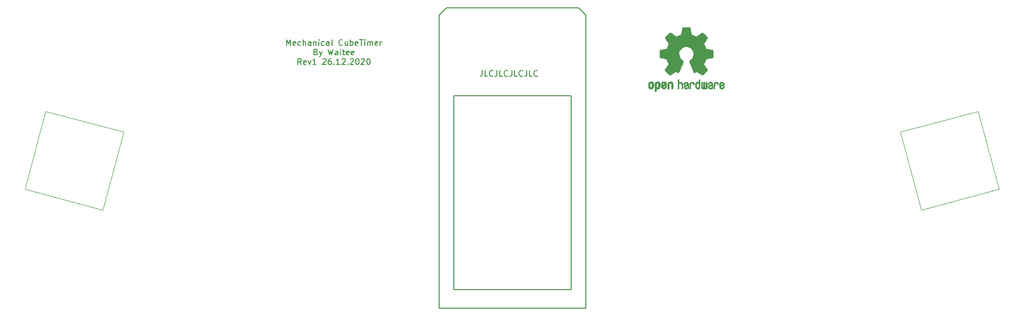
<source format=gbr>
%TF.GenerationSoftware,KiCad,Pcbnew,(5.1.6)-1*%
%TF.CreationDate,2020-12-26T21:50:01+02:00*%
%TF.ProjectId,cubetimer,63756265-7469-46d6-9572-2e6b69636164,rev?*%
%TF.SameCoordinates,Original*%
%TF.FileFunction,Legend,Top*%
%TF.FilePolarity,Positive*%
%FSLAX46Y46*%
G04 Gerber Fmt 4.6, Leading zero omitted, Abs format (unit mm)*
G04 Created by KiCad (PCBNEW (5.1.6)-1) date 2020-12-26 21:50:01*
%MOMM*%
%LPD*%
G01*
G04 APERTURE LIST*
%ADD10C,0.150000*%
%ADD11C,0.010000*%
%ADD12C,0.120000*%
G04 APERTURE END LIST*
D10*
X143580952Y-70952380D02*
X143580952Y-71666666D01*
X143533333Y-71809523D01*
X143438095Y-71904761D01*
X143295238Y-71952380D01*
X143200000Y-71952380D01*
X144533333Y-71952380D02*
X144057142Y-71952380D01*
X144057142Y-70952380D01*
X145438095Y-71857142D02*
X145390476Y-71904761D01*
X145247619Y-71952380D01*
X145152380Y-71952380D01*
X145009523Y-71904761D01*
X144914285Y-71809523D01*
X144866666Y-71714285D01*
X144819047Y-71523809D01*
X144819047Y-71380952D01*
X144866666Y-71190476D01*
X144914285Y-71095238D01*
X145009523Y-71000000D01*
X145152380Y-70952380D01*
X145247619Y-70952380D01*
X145390476Y-71000000D01*
X145438095Y-71047619D01*
X146152380Y-70952380D02*
X146152380Y-71666666D01*
X146104761Y-71809523D01*
X146009523Y-71904761D01*
X145866666Y-71952380D01*
X145771428Y-71952380D01*
X147104761Y-71952380D02*
X146628571Y-71952380D01*
X146628571Y-70952380D01*
X148009523Y-71857142D02*
X147961904Y-71904761D01*
X147819047Y-71952380D01*
X147723809Y-71952380D01*
X147580952Y-71904761D01*
X147485714Y-71809523D01*
X147438095Y-71714285D01*
X147390476Y-71523809D01*
X147390476Y-71380952D01*
X147438095Y-71190476D01*
X147485714Y-71095238D01*
X147580952Y-71000000D01*
X147723809Y-70952380D01*
X147819047Y-70952380D01*
X147961904Y-71000000D01*
X148009523Y-71047619D01*
X148723809Y-70952380D02*
X148723809Y-71666666D01*
X148676190Y-71809523D01*
X148580952Y-71904761D01*
X148438095Y-71952380D01*
X148342857Y-71952380D01*
X149676190Y-71952380D02*
X149200000Y-71952380D01*
X149200000Y-70952380D01*
X150580952Y-71857142D02*
X150533333Y-71904761D01*
X150390476Y-71952380D01*
X150295238Y-71952380D01*
X150152380Y-71904761D01*
X150057142Y-71809523D01*
X150009523Y-71714285D01*
X149961904Y-71523809D01*
X149961904Y-71380952D01*
X150009523Y-71190476D01*
X150057142Y-71095238D01*
X150152380Y-71000000D01*
X150295238Y-70952380D01*
X150390476Y-70952380D01*
X150533333Y-71000000D01*
X150580952Y-71047619D01*
X151295238Y-70952380D02*
X151295238Y-71666666D01*
X151247619Y-71809523D01*
X151152380Y-71904761D01*
X151009523Y-71952380D01*
X150914285Y-71952380D01*
X152247619Y-71952380D02*
X151771428Y-71952380D01*
X151771428Y-70952380D01*
X153152380Y-71857142D02*
X153104761Y-71904761D01*
X152961904Y-71952380D01*
X152866666Y-71952380D01*
X152723809Y-71904761D01*
X152628571Y-71809523D01*
X152580952Y-71714285D01*
X152533333Y-71523809D01*
X152533333Y-71380952D01*
X152580952Y-71190476D01*
X152628571Y-71095238D01*
X152723809Y-71000000D01*
X152866666Y-70952380D01*
X152961904Y-70952380D01*
X153104761Y-71000000D01*
X153152380Y-71047619D01*
X109733333Y-66602380D02*
X109733333Y-65602380D01*
X110066666Y-66316666D01*
X110400000Y-65602380D01*
X110400000Y-66602380D01*
X111257142Y-66554761D02*
X111161904Y-66602380D01*
X110971428Y-66602380D01*
X110876190Y-66554761D01*
X110828571Y-66459523D01*
X110828571Y-66078571D01*
X110876190Y-65983333D01*
X110971428Y-65935714D01*
X111161904Y-65935714D01*
X111257142Y-65983333D01*
X111304761Y-66078571D01*
X111304761Y-66173809D01*
X110828571Y-66269047D01*
X112161904Y-66554761D02*
X112066666Y-66602380D01*
X111876190Y-66602380D01*
X111780952Y-66554761D01*
X111733333Y-66507142D01*
X111685714Y-66411904D01*
X111685714Y-66126190D01*
X111733333Y-66030952D01*
X111780952Y-65983333D01*
X111876190Y-65935714D01*
X112066666Y-65935714D01*
X112161904Y-65983333D01*
X112590476Y-66602380D02*
X112590476Y-65602380D01*
X113019047Y-66602380D02*
X113019047Y-66078571D01*
X112971428Y-65983333D01*
X112876190Y-65935714D01*
X112733333Y-65935714D01*
X112638095Y-65983333D01*
X112590476Y-66030952D01*
X113923809Y-66602380D02*
X113923809Y-66078571D01*
X113876190Y-65983333D01*
X113780952Y-65935714D01*
X113590476Y-65935714D01*
X113495238Y-65983333D01*
X113923809Y-66554761D02*
X113828571Y-66602380D01*
X113590476Y-66602380D01*
X113495238Y-66554761D01*
X113447619Y-66459523D01*
X113447619Y-66364285D01*
X113495238Y-66269047D01*
X113590476Y-66221428D01*
X113828571Y-66221428D01*
X113923809Y-66173809D01*
X114400000Y-65935714D02*
X114400000Y-66602380D01*
X114400000Y-66030952D02*
X114447619Y-65983333D01*
X114542857Y-65935714D01*
X114685714Y-65935714D01*
X114780952Y-65983333D01*
X114828571Y-66078571D01*
X114828571Y-66602380D01*
X115304761Y-66602380D02*
X115304761Y-65935714D01*
X115304761Y-65602380D02*
X115257142Y-65650000D01*
X115304761Y-65697619D01*
X115352380Y-65650000D01*
X115304761Y-65602380D01*
X115304761Y-65697619D01*
X116209523Y-66554761D02*
X116114285Y-66602380D01*
X115923809Y-66602380D01*
X115828571Y-66554761D01*
X115780952Y-66507142D01*
X115733333Y-66411904D01*
X115733333Y-66126190D01*
X115780952Y-66030952D01*
X115828571Y-65983333D01*
X115923809Y-65935714D01*
X116114285Y-65935714D01*
X116209523Y-65983333D01*
X117066666Y-66602380D02*
X117066666Y-66078571D01*
X117019047Y-65983333D01*
X116923809Y-65935714D01*
X116733333Y-65935714D01*
X116638095Y-65983333D01*
X117066666Y-66554761D02*
X116971428Y-66602380D01*
X116733333Y-66602380D01*
X116638095Y-66554761D01*
X116590476Y-66459523D01*
X116590476Y-66364285D01*
X116638095Y-66269047D01*
X116733333Y-66221428D01*
X116971428Y-66221428D01*
X117066666Y-66173809D01*
X117685714Y-66602380D02*
X117590476Y-66554761D01*
X117542857Y-66459523D01*
X117542857Y-65602380D01*
X119400000Y-66507142D02*
X119352380Y-66554761D01*
X119209523Y-66602380D01*
X119114285Y-66602380D01*
X118971428Y-66554761D01*
X118876190Y-66459523D01*
X118828571Y-66364285D01*
X118780952Y-66173809D01*
X118780952Y-66030952D01*
X118828571Y-65840476D01*
X118876190Y-65745238D01*
X118971428Y-65650000D01*
X119114285Y-65602380D01*
X119209523Y-65602380D01*
X119352380Y-65650000D01*
X119400000Y-65697619D01*
X120257142Y-65935714D02*
X120257142Y-66602380D01*
X119828571Y-65935714D02*
X119828571Y-66459523D01*
X119876190Y-66554761D01*
X119971428Y-66602380D01*
X120114285Y-66602380D01*
X120209523Y-66554761D01*
X120257142Y-66507142D01*
X120733333Y-66602380D02*
X120733333Y-65602380D01*
X120733333Y-65983333D02*
X120828571Y-65935714D01*
X121019047Y-65935714D01*
X121114285Y-65983333D01*
X121161904Y-66030952D01*
X121209523Y-66126190D01*
X121209523Y-66411904D01*
X121161904Y-66507142D01*
X121114285Y-66554761D01*
X121019047Y-66602380D01*
X120828571Y-66602380D01*
X120733333Y-66554761D01*
X122019047Y-66554761D02*
X121923809Y-66602380D01*
X121733333Y-66602380D01*
X121638095Y-66554761D01*
X121590476Y-66459523D01*
X121590476Y-66078571D01*
X121638095Y-65983333D01*
X121733333Y-65935714D01*
X121923809Y-65935714D01*
X122019047Y-65983333D01*
X122066666Y-66078571D01*
X122066666Y-66173809D01*
X121590476Y-66269047D01*
X122352380Y-65602380D02*
X122923809Y-65602380D01*
X122638095Y-66602380D02*
X122638095Y-65602380D01*
X123257142Y-66602380D02*
X123257142Y-65935714D01*
X123257142Y-65602380D02*
X123209523Y-65650000D01*
X123257142Y-65697619D01*
X123304761Y-65650000D01*
X123257142Y-65602380D01*
X123257142Y-65697619D01*
X123733333Y-66602380D02*
X123733333Y-65935714D01*
X123733333Y-66030952D02*
X123780952Y-65983333D01*
X123876190Y-65935714D01*
X124019047Y-65935714D01*
X124114285Y-65983333D01*
X124161904Y-66078571D01*
X124161904Y-66602380D01*
X124161904Y-66078571D02*
X124209523Y-65983333D01*
X124304761Y-65935714D01*
X124447619Y-65935714D01*
X124542857Y-65983333D01*
X124590476Y-66078571D01*
X124590476Y-66602380D01*
X125447619Y-66554761D02*
X125352380Y-66602380D01*
X125161904Y-66602380D01*
X125066666Y-66554761D01*
X125019047Y-66459523D01*
X125019047Y-66078571D01*
X125066666Y-65983333D01*
X125161904Y-65935714D01*
X125352380Y-65935714D01*
X125447619Y-65983333D01*
X125495238Y-66078571D01*
X125495238Y-66173809D01*
X125019047Y-66269047D01*
X125923809Y-66602380D02*
X125923809Y-65935714D01*
X125923809Y-66126190D02*
X125971428Y-66030952D01*
X126019047Y-65983333D01*
X126114285Y-65935714D01*
X126209523Y-65935714D01*
X114804761Y-67728571D02*
X114947619Y-67776190D01*
X114995238Y-67823809D01*
X115042857Y-67919047D01*
X115042857Y-68061904D01*
X114995238Y-68157142D01*
X114947619Y-68204761D01*
X114852380Y-68252380D01*
X114471428Y-68252380D01*
X114471428Y-67252380D01*
X114804761Y-67252380D01*
X114900000Y-67300000D01*
X114947619Y-67347619D01*
X114995238Y-67442857D01*
X114995238Y-67538095D01*
X114947619Y-67633333D01*
X114900000Y-67680952D01*
X114804761Y-67728571D01*
X114471428Y-67728571D01*
X115376190Y-67585714D02*
X115614285Y-68252380D01*
X115852380Y-67585714D02*
X115614285Y-68252380D01*
X115519047Y-68490476D01*
X115471428Y-68538095D01*
X115376190Y-68585714D01*
X116900000Y-67252380D02*
X117138095Y-68252380D01*
X117328571Y-67538095D01*
X117519047Y-68252380D01*
X117757142Y-67252380D01*
X118566666Y-68252380D02*
X118566666Y-67728571D01*
X118519047Y-67633333D01*
X118423809Y-67585714D01*
X118233333Y-67585714D01*
X118138095Y-67633333D01*
X118566666Y-68204761D02*
X118471428Y-68252380D01*
X118233333Y-68252380D01*
X118138095Y-68204761D01*
X118090476Y-68109523D01*
X118090476Y-68014285D01*
X118138095Y-67919047D01*
X118233333Y-67871428D01*
X118471428Y-67871428D01*
X118566666Y-67823809D01*
X119042857Y-68252380D02*
X119042857Y-67585714D01*
X119042857Y-67252380D02*
X118995238Y-67300000D01*
X119042857Y-67347619D01*
X119090476Y-67300000D01*
X119042857Y-67252380D01*
X119042857Y-67347619D01*
X119376190Y-67585714D02*
X119757142Y-67585714D01*
X119519047Y-67252380D02*
X119519047Y-68109523D01*
X119566666Y-68204761D01*
X119661904Y-68252380D01*
X119757142Y-68252380D01*
X120471428Y-68204761D02*
X120376190Y-68252380D01*
X120185714Y-68252380D01*
X120090476Y-68204761D01*
X120042857Y-68109523D01*
X120042857Y-67728571D01*
X120090476Y-67633333D01*
X120185714Y-67585714D01*
X120376190Y-67585714D01*
X120471428Y-67633333D01*
X120519047Y-67728571D01*
X120519047Y-67823809D01*
X120042857Y-67919047D01*
X121328571Y-68204761D02*
X121233333Y-68252380D01*
X121042857Y-68252380D01*
X120947619Y-68204761D01*
X120900000Y-68109523D01*
X120900000Y-67728571D01*
X120947619Y-67633333D01*
X121042857Y-67585714D01*
X121233333Y-67585714D01*
X121328571Y-67633333D01*
X121376190Y-67728571D01*
X121376190Y-67823809D01*
X120900000Y-67919047D01*
X112257142Y-69902380D02*
X111923809Y-69426190D01*
X111685714Y-69902380D02*
X111685714Y-68902380D01*
X112066666Y-68902380D01*
X112161904Y-68950000D01*
X112209523Y-68997619D01*
X112257142Y-69092857D01*
X112257142Y-69235714D01*
X112209523Y-69330952D01*
X112161904Y-69378571D01*
X112066666Y-69426190D01*
X111685714Y-69426190D01*
X113066666Y-69854761D02*
X112971428Y-69902380D01*
X112780952Y-69902380D01*
X112685714Y-69854761D01*
X112638095Y-69759523D01*
X112638095Y-69378571D01*
X112685714Y-69283333D01*
X112780952Y-69235714D01*
X112971428Y-69235714D01*
X113066666Y-69283333D01*
X113114285Y-69378571D01*
X113114285Y-69473809D01*
X112638095Y-69569047D01*
X113447619Y-69235714D02*
X113685714Y-69902380D01*
X113923809Y-69235714D01*
X114828571Y-69902380D02*
X114257142Y-69902380D01*
X114542857Y-69902380D02*
X114542857Y-68902380D01*
X114447619Y-69045238D01*
X114352380Y-69140476D01*
X114257142Y-69188095D01*
X115971428Y-68997619D02*
X116019047Y-68950000D01*
X116114285Y-68902380D01*
X116352380Y-68902380D01*
X116447619Y-68950000D01*
X116495238Y-68997619D01*
X116542857Y-69092857D01*
X116542857Y-69188095D01*
X116495238Y-69330952D01*
X115923809Y-69902380D01*
X116542857Y-69902380D01*
X117400000Y-68902380D02*
X117209523Y-68902380D01*
X117114285Y-68950000D01*
X117066666Y-68997619D01*
X116971428Y-69140476D01*
X116923809Y-69330952D01*
X116923809Y-69711904D01*
X116971428Y-69807142D01*
X117019047Y-69854761D01*
X117114285Y-69902380D01*
X117304761Y-69902380D01*
X117400000Y-69854761D01*
X117447619Y-69807142D01*
X117495238Y-69711904D01*
X117495238Y-69473809D01*
X117447619Y-69378571D01*
X117400000Y-69330952D01*
X117304761Y-69283333D01*
X117114285Y-69283333D01*
X117019047Y-69330952D01*
X116971428Y-69378571D01*
X116923809Y-69473809D01*
X117923809Y-69807142D02*
X117971428Y-69854761D01*
X117923809Y-69902380D01*
X117876190Y-69854761D01*
X117923809Y-69807142D01*
X117923809Y-69902380D01*
X118923809Y-69902380D02*
X118352380Y-69902380D01*
X118638095Y-69902380D02*
X118638095Y-68902380D01*
X118542857Y-69045238D01*
X118447619Y-69140476D01*
X118352380Y-69188095D01*
X119304761Y-68997619D02*
X119352380Y-68950000D01*
X119447619Y-68902380D01*
X119685714Y-68902380D01*
X119780952Y-68950000D01*
X119828571Y-68997619D01*
X119876190Y-69092857D01*
X119876190Y-69188095D01*
X119828571Y-69330952D01*
X119257142Y-69902380D01*
X119876190Y-69902380D01*
X120304761Y-69807142D02*
X120352380Y-69854761D01*
X120304761Y-69902380D01*
X120257142Y-69854761D01*
X120304761Y-69807142D01*
X120304761Y-69902380D01*
X120733333Y-68997619D02*
X120780952Y-68950000D01*
X120876190Y-68902380D01*
X121114285Y-68902380D01*
X121209523Y-68950000D01*
X121257142Y-68997619D01*
X121304761Y-69092857D01*
X121304761Y-69188095D01*
X121257142Y-69330952D01*
X120685714Y-69902380D01*
X121304761Y-69902380D01*
X121923809Y-68902380D02*
X122019047Y-68902380D01*
X122114285Y-68950000D01*
X122161904Y-68997619D01*
X122209523Y-69092857D01*
X122257142Y-69283333D01*
X122257142Y-69521428D01*
X122209523Y-69711904D01*
X122161904Y-69807142D01*
X122114285Y-69854761D01*
X122019047Y-69902380D01*
X121923809Y-69902380D01*
X121828571Y-69854761D01*
X121780952Y-69807142D01*
X121733333Y-69711904D01*
X121685714Y-69521428D01*
X121685714Y-69283333D01*
X121733333Y-69092857D01*
X121780952Y-68997619D01*
X121828571Y-68950000D01*
X121923809Y-68902380D01*
X122638095Y-68997619D02*
X122685714Y-68950000D01*
X122780952Y-68902380D01*
X123019047Y-68902380D01*
X123114285Y-68950000D01*
X123161904Y-68997619D01*
X123209523Y-69092857D01*
X123209523Y-69188095D01*
X123161904Y-69330952D01*
X122590476Y-69902380D01*
X123209523Y-69902380D01*
X123828571Y-68902380D02*
X123923809Y-68902380D01*
X124019047Y-68950000D01*
X124066666Y-68997619D01*
X124114285Y-69092857D01*
X124161904Y-69283333D01*
X124161904Y-69521428D01*
X124114285Y-69711904D01*
X124066666Y-69807142D01*
X124019047Y-69854761D01*
X123923809Y-69902380D01*
X123828571Y-69902380D01*
X123733333Y-69854761D01*
X123685714Y-69807142D01*
X123638095Y-69711904D01*
X123590476Y-69521428D01*
X123590476Y-69283333D01*
X123638095Y-69092857D01*
X123685714Y-68997619D01*
X123733333Y-68950000D01*
X123828571Y-68902380D01*
%TO.C,U1*%
X158960000Y-75300000D02*
X158960000Y-108955000D01*
X158960000Y-108955000D02*
X138640000Y-108955000D01*
X138640000Y-108955000D02*
X138640000Y-75300000D01*
X138640000Y-75300000D02*
X158960000Y-75300000D01*
X136100000Y-62600000D02*
X136100000Y-61330000D01*
X136100000Y-61330000D02*
X137370000Y-60060000D01*
X137370000Y-60060000D02*
X160230000Y-60060000D01*
X160230000Y-60060000D02*
X161500000Y-61330000D01*
X161500000Y-61330000D02*
X161500000Y-62600000D01*
X161500000Y-112130000D02*
X136100000Y-112130000D01*
X136100000Y-112130000D02*
X136100000Y-107050000D01*
X161500000Y-112130000D02*
X161500000Y-108320000D01*
X136100000Y-107050000D02*
X136100000Y-62600000D01*
X161500000Y-108320000D02*
X161500000Y-62600000D01*
D11*
%TO.C,REF\u002A\u002A*%
G36*
X174071900Y-72861903D02*
G01*
X174183450Y-72917522D01*
X174281908Y-73019931D01*
X174309023Y-73057864D01*
X174338562Y-73107500D01*
X174357728Y-73161412D01*
X174368693Y-73233364D01*
X174373629Y-73337122D01*
X174374713Y-73474101D01*
X174369818Y-73661815D01*
X174352804Y-73802758D01*
X174320177Y-73907908D01*
X174268442Y-73988243D01*
X174194104Y-74054741D01*
X174188642Y-74058678D01*
X174115380Y-74098953D01*
X174027160Y-74118880D01*
X173914962Y-74123793D01*
X173732567Y-74123793D01*
X173732491Y-74300857D01*
X173730793Y-74399470D01*
X173720450Y-74457314D01*
X173693422Y-74492006D01*
X173641668Y-74521164D01*
X173629239Y-74527121D01*
X173571077Y-74555039D01*
X173526044Y-74572672D01*
X173492559Y-74574194D01*
X173469038Y-74553781D01*
X173453900Y-74505607D01*
X173445563Y-74423846D01*
X173442444Y-74302672D01*
X173442960Y-74136260D01*
X173445529Y-73918785D01*
X173446332Y-73853736D01*
X173449222Y-73629502D01*
X173451812Y-73482821D01*
X173732414Y-73482821D01*
X173733991Y-73607326D01*
X173741000Y-73688787D01*
X173756858Y-73742515D01*
X173784981Y-73783823D01*
X173804075Y-73803971D01*
X173882135Y-73862921D01*
X173951247Y-73867720D01*
X174022560Y-73819038D01*
X174024368Y-73817241D01*
X174053383Y-73779618D01*
X174071033Y-73728484D01*
X174079936Y-73649738D01*
X174082709Y-73529276D01*
X174082759Y-73502588D01*
X174076058Y-73336583D01*
X174054248Y-73221505D01*
X174014765Y-73151254D01*
X173955044Y-73119729D01*
X173920528Y-73116552D01*
X173838611Y-73131460D01*
X173782421Y-73180548D01*
X173748598Y-73270362D01*
X173733780Y-73407445D01*
X173732414Y-73482821D01*
X173451812Y-73482821D01*
X173452287Y-73455952D01*
X173456247Y-73325382D01*
X173461826Y-73230087D01*
X173469746Y-73162364D01*
X173480731Y-73114507D01*
X173495501Y-73078813D01*
X173514782Y-73047578D01*
X173523049Y-73035824D01*
X173632712Y-72924797D01*
X173771365Y-72861847D01*
X173931754Y-72844297D01*
X174071900Y-72861903D01*
G37*
X174071900Y-72861903D02*
X174183450Y-72917522D01*
X174281908Y-73019931D01*
X174309023Y-73057864D01*
X174338562Y-73107500D01*
X174357728Y-73161412D01*
X174368693Y-73233364D01*
X174373629Y-73337122D01*
X174374713Y-73474101D01*
X174369818Y-73661815D01*
X174352804Y-73802758D01*
X174320177Y-73907908D01*
X174268442Y-73988243D01*
X174194104Y-74054741D01*
X174188642Y-74058678D01*
X174115380Y-74098953D01*
X174027160Y-74118880D01*
X173914962Y-74123793D01*
X173732567Y-74123793D01*
X173732491Y-74300857D01*
X173730793Y-74399470D01*
X173720450Y-74457314D01*
X173693422Y-74492006D01*
X173641668Y-74521164D01*
X173629239Y-74527121D01*
X173571077Y-74555039D01*
X173526044Y-74572672D01*
X173492559Y-74574194D01*
X173469038Y-74553781D01*
X173453900Y-74505607D01*
X173445563Y-74423846D01*
X173442444Y-74302672D01*
X173442960Y-74136260D01*
X173445529Y-73918785D01*
X173446332Y-73853736D01*
X173449222Y-73629502D01*
X173451812Y-73482821D01*
X173732414Y-73482821D01*
X173733991Y-73607326D01*
X173741000Y-73688787D01*
X173756858Y-73742515D01*
X173784981Y-73783823D01*
X173804075Y-73803971D01*
X173882135Y-73862921D01*
X173951247Y-73867720D01*
X174022560Y-73819038D01*
X174024368Y-73817241D01*
X174053383Y-73779618D01*
X174071033Y-73728484D01*
X174079936Y-73649738D01*
X174082709Y-73529276D01*
X174082759Y-73502588D01*
X174076058Y-73336583D01*
X174054248Y-73221505D01*
X174014765Y-73151254D01*
X173955044Y-73119729D01*
X173920528Y-73116552D01*
X173838611Y-73131460D01*
X173782421Y-73180548D01*
X173748598Y-73270362D01*
X173733780Y-73407445D01*
X173732414Y-73482821D01*
X173451812Y-73482821D01*
X173452287Y-73455952D01*
X173456247Y-73325382D01*
X173461826Y-73230087D01*
X173469746Y-73162364D01*
X173480731Y-73114507D01*
X173495501Y-73078813D01*
X173514782Y-73047578D01*
X173523049Y-73035824D01*
X173632712Y-72924797D01*
X173771365Y-72861847D01*
X173931754Y-72844297D01*
X174071900Y-72861903D01*
G36*
X176317429Y-72877719D02*
G01*
X176411123Y-72931914D01*
X176476264Y-72985707D01*
X176523907Y-73042066D01*
X176556728Y-73110987D01*
X176577406Y-73202468D01*
X176588620Y-73326506D01*
X176593049Y-73493098D01*
X176593563Y-73612851D01*
X176593563Y-74053659D01*
X176469483Y-74109283D01*
X176345402Y-74164907D01*
X176330805Y-73682095D01*
X176324773Y-73501779D01*
X176318445Y-73370901D01*
X176310606Y-73280511D01*
X176300037Y-73221664D01*
X176285523Y-73185413D01*
X176265848Y-73162810D01*
X176259535Y-73157917D01*
X176163888Y-73119706D01*
X176067207Y-73134827D01*
X176009655Y-73174943D01*
X175986245Y-73203370D01*
X175970039Y-73240672D01*
X175959741Y-73297223D01*
X175954049Y-73383394D01*
X175951664Y-73509558D01*
X175951264Y-73641042D01*
X175951186Y-73805999D01*
X175948361Y-73922761D01*
X175938907Y-74001510D01*
X175918940Y-74052431D01*
X175884576Y-74085706D01*
X175831932Y-74111520D01*
X175761617Y-74138344D01*
X175684820Y-74167542D01*
X175693962Y-73649346D01*
X175697643Y-73462539D01*
X175701950Y-73324490D01*
X175708123Y-73225568D01*
X175717402Y-73156145D01*
X175731027Y-73106590D01*
X175750239Y-73067273D01*
X175773402Y-73032584D01*
X175885152Y-72921770D01*
X176021513Y-72857689D01*
X176169825Y-72842339D01*
X176317429Y-72877719D01*
G37*
X176317429Y-72877719D02*
X176411123Y-72931914D01*
X176476264Y-72985707D01*
X176523907Y-73042066D01*
X176556728Y-73110987D01*
X176577406Y-73202468D01*
X176588620Y-73326506D01*
X176593049Y-73493098D01*
X176593563Y-73612851D01*
X176593563Y-74053659D01*
X176469483Y-74109283D01*
X176345402Y-74164907D01*
X176330805Y-73682095D01*
X176324773Y-73501779D01*
X176318445Y-73370901D01*
X176310606Y-73280511D01*
X176300037Y-73221664D01*
X176285523Y-73185413D01*
X176265848Y-73162810D01*
X176259535Y-73157917D01*
X176163888Y-73119706D01*
X176067207Y-73134827D01*
X176009655Y-73174943D01*
X175986245Y-73203370D01*
X175970039Y-73240672D01*
X175959741Y-73297223D01*
X175954049Y-73383394D01*
X175951664Y-73509558D01*
X175951264Y-73641042D01*
X175951186Y-73805999D01*
X175948361Y-73922761D01*
X175938907Y-74001510D01*
X175918940Y-74052431D01*
X175884576Y-74085706D01*
X175831932Y-74111520D01*
X175761617Y-74138344D01*
X175684820Y-74167542D01*
X175693962Y-73649346D01*
X175697643Y-73462539D01*
X175701950Y-73324490D01*
X175708123Y-73225568D01*
X175717402Y-73156145D01*
X175731027Y-73106590D01*
X175750239Y-73067273D01*
X175773402Y-73032584D01*
X175885152Y-72921770D01*
X176021513Y-72857689D01*
X176169825Y-72842339D01*
X176317429Y-72877719D01*
G36*
X172948221Y-72866015D02*
G01*
X173085061Y-72937968D01*
X173186051Y-73053766D01*
X173221925Y-73128213D01*
X173249839Y-73239992D01*
X173264129Y-73381227D01*
X173265484Y-73535371D01*
X173254595Y-73685879D01*
X173232153Y-73816205D01*
X173198850Y-73909803D01*
X173188615Y-73925922D01*
X173067382Y-74046249D01*
X172923387Y-74118317D01*
X172767139Y-74139408D01*
X172609148Y-74106802D01*
X172565180Y-74087253D01*
X172479556Y-74027012D01*
X172404408Y-73947135D01*
X172397306Y-73937004D01*
X172368439Y-73888181D01*
X172349357Y-73835990D01*
X172338084Y-73767285D01*
X172332645Y-73668918D01*
X172331062Y-73527744D01*
X172331035Y-73496092D01*
X172331107Y-73486019D01*
X172622989Y-73486019D01*
X172624687Y-73619256D01*
X172631372Y-73707674D01*
X172645425Y-73764785D01*
X172669229Y-73804102D01*
X172681379Y-73817241D01*
X172751236Y-73867172D01*
X172819059Y-73864895D01*
X172887635Y-73821584D01*
X172928535Y-73775346D01*
X172952758Y-73707857D01*
X172966361Y-73601433D01*
X172967294Y-73589020D01*
X172969616Y-73396147D01*
X172945350Y-73252900D01*
X172894824Y-73160160D01*
X172818368Y-73118807D01*
X172791076Y-73116552D01*
X172719411Y-73127893D01*
X172670390Y-73167184D01*
X172640418Y-73242326D01*
X172625899Y-73361222D01*
X172622989Y-73486019D01*
X172331107Y-73486019D01*
X172332122Y-73345659D01*
X172336688Y-73240549D01*
X172346688Y-73167714D01*
X172364079Y-73114108D01*
X172390816Y-73066681D01*
X172396724Y-73057864D01*
X172496032Y-72939007D01*
X172604242Y-72870008D01*
X172735981Y-72842619D01*
X172780717Y-72841281D01*
X172948221Y-72866015D01*
G37*
X172948221Y-72866015D02*
X173085061Y-72937968D01*
X173186051Y-73053766D01*
X173221925Y-73128213D01*
X173249839Y-73239992D01*
X173264129Y-73381227D01*
X173265484Y-73535371D01*
X173254595Y-73685879D01*
X173232153Y-73816205D01*
X173198850Y-73909803D01*
X173188615Y-73925922D01*
X173067382Y-74046249D01*
X172923387Y-74118317D01*
X172767139Y-74139408D01*
X172609148Y-74106802D01*
X172565180Y-74087253D01*
X172479556Y-74027012D01*
X172404408Y-73947135D01*
X172397306Y-73937004D01*
X172368439Y-73888181D01*
X172349357Y-73835990D01*
X172338084Y-73767285D01*
X172332645Y-73668918D01*
X172331062Y-73527744D01*
X172331035Y-73496092D01*
X172331107Y-73486019D01*
X172622989Y-73486019D01*
X172624687Y-73619256D01*
X172631372Y-73707674D01*
X172645425Y-73764785D01*
X172669229Y-73804102D01*
X172681379Y-73817241D01*
X172751236Y-73867172D01*
X172819059Y-73864895D01*
X172887635Y-73821584D01*
X172928535Y-73775346D01*
X172952758Y-73707857D01*
X172966361Y-73601433D01*
X172967294Y-73589020D01*
X172969616Y-73396147D01*
X172945350Y-73252900D01*
X172894824Y-73160160D01*
X172818368Y-73118807D01*
X172791076Y-73116552D01*
X172719411Y-73127893D01*
X172670390Y-73167184D01*
X172640418Y-73242326D01*
X172625899Y-73361222D01*
X172622989Y-73486019D01*
X172331107Y-73486019D01*
X172332122Y-73345659D01*
X172336688Y-73240549D01*
X172346688Y-73167714D01*
X172364079Y-73114108D01*
X172390816Y-73066681D01*
X172396724Y-73057864D01*
X172496032Y-72939007D01*
X172604242Y-72870008D01*
X172735981Y-72842619D01*
X172780717Y-72841281D01*
X172948221Y-72866015D01*
G36*
X175215552Y-72884676D02*
G01*
X175330658Y-72962111D01*
X175419611Y-73073949D01*
X175472749Y-73216265D01*
X175483497Y-73321015D01*
X175482276Y-73364726D01*
X175472056Y-73398194D01*
X175443961Y-73428179D01*
X175389116Y-73461440D01*
X175298645Y-73504738D01*
X175163672Y-73564833D01*
X175162989Y-73565134D01*
X175038751Y-73622037D01*
X174936873Y-73672565D01*
X174867767Y-73711280D01*
X174841846Y-73732740D01*
X174841839Y-73732913D01*
X174864685Y-73779644D01*
X174918109Y-73831154D01*
X174979442Y-73868261D01*
X175010515Y-73875632D01*
X175095289Y-73850138D01*
X175168293Y-73786291D01*
X175203913Y-73716094D01*
X175238180Y-73664343D01*
X175305303Y-73605409D01*
X175384208Y-73554496D01*
X175453821Y-73526809D01*
X175468377Y-73525287D01*
X175484763Y-73550321D01*
X175485750Y-73614311D01*
X175473708Y-73700593D01*
X175451007Y-73792501D01*
X175420014Y-73873369D01*
X175418448Y-73876509D01*
X175325181Y-74006734D01*
X175204304Y-74095311D01*
X175067027Y-74138786D01*
X174924560Y-74133706D01*
X174788112Y-74076616D01*
X174782045Y-74072602D01*
X174674710Y-73975326D01*
X174604132Y-73848409D01*
X174565074Y-73681526D01*
X174559832Y-73634639D01*
X174550548Y-73413329D01*
X174561678Y-73310124D01*
X174841839Y-73310124D01*
X174845479Y-73374503D01*
X174865389Y-73393291D01*
X174915026Y-73379235D01*
X174993267Y-73346009D01*
X175080726Y-73304359D01*
X175082899Y-73303256D01*
X175157030Y-73264265D01*
X175186781Y-73238244D01*
X175179445Y-73210965D01*
X175148553Y-73175121D01*
X175069960Y-73123251D01*
X174985323Y-73119439D01*
X174909403Y-73157189D01*
X174856965Y-73230001D01*
X174841839Y-73310124D01*
X174561678Y-73310124D01*
X174569644Y-73236261D01*
X174618634Y-73095829D01*
X174686836Y-72997447D01*
X174809935Y-72898030D01*
X174945528Y-72848711D01*
X175083955Y-72845568D01*
X175215552Y-72884676D01*
G37*
X175215552Y-72884676D02*
X175330658Y-72962111D01*
X175419611Y-73073949D01*
X175472749Y-73216265D01*
X175483497Y-73321015D01*
X175482276Y-73364726D01*
X175472056Y-73398194D01*
X175443961Y-73428179D01*
X175389116Y-73461440D01*
X175298645Y-73504738D01*
X175163672Y-73564833D01*
X175162989Y-73565134D01*
X175038751Y-73622037D01*
X174936873Y-73672565D01*
X174867767Y-73711280D01*
X174841846Y-73732740D01*
X174841839Y-73732913D01*
X174864685Y-73779644D01*
X174918109Y-73831154D01*
X174979442Y-73868261D01*
X175010515Y-73875632D01*
X175095289Y-73850138D01*
X175168293Y-73786291D01*
X175203913Y-73716094D01*
X175238180Y-73664343D01*
X175305303Y-73605409D01*
X175384208Y-73554496D01*
X175453821Y-73526809D01*
X175468377Y-73525287D01*
X175484763Y-73550321D01*
X175485750Y-73614311D01*
X175473708Y-73700593D01*
X175451007Y-73792501D01*
X175420014Y-73873369D01*
X175418448Y-73876509D01*
X175325181Y-74006734D01*
X175204304Y-74095311D01*
X175067027Y-74138786D01*
X174924560Y-74133706D01*
X174788112Y-74076616D01*
X174782045Y-74072602D01*
X174674710Y-73975326D01*
X174604132Y-73848409D01*
X174565074Y-73681526D01*
X174559832Y-73634639D01*
X174550548Y-73413329D01*
X174561678Y-73310124D01*
X174841839Y-73310124D01*
X174845479Y-73374503D01*
X174865389Y-73393291D01*
X174915026Y-73379235D01*
X174993267Y-73346009D01*
X175080726Y-73304359D01*
X175082899Y-73303256D01*
X175157030Y-73264265D01*
X175186781Y-73238244D01*
X175179445Y-73210965D01*
X175148553Y-73175121D01*
X175069960Y-73123251D01*
X174985323Y-73119439D01*
X174909403Y-73157189D01*
X174856965Y-73230001D01*
X174841839Y-73310124D01*
X174561678Y-73310124D01*
X174569644Y-73236261D01*
X174618634Y-73095829D01*
X174686836Y-72997447D01*
X174809935Y-72898030D01*
X174945528Y-72848711D01*
X175083955Y-72845568D01*
X175215552Y-72884676D01*
G36*
X177644598Y-72723857D02*
G01*
X177653154Y-72843188D01*
X177662981Y-72913506D01*
X177676599Y-72944179D01*
X177696527Y-72944571D01*
X177702989Y-72940910D01*
X177788940Y-72914398D01*
X177900745Y-72915946D01*
X178014414Y-72943199D01*
X178085510Y-72978455D01*
X178158405Y-73034778D01*
X178211693Y-73098519D01*
X178248275Y-73179510D01*
X178271050Y-73287586D01*
X178282919Y-73432580D01*
X178286782Y-73624326D01*
X178286851Y-73661109D01*
X178286897Y-74074288D01*
X178194954Y-74106339D01*
X178129652Y-74128144D01*
X178093824Y-74138297D01*
X178092770Y-74138391D01*
X178089242Y-74110860D01*
X178086239Y-74034923D01*
X178083990Y-73920565D01*
X178082724Y-73777769D01*
X178082529Y-73690951D01*
X178082123Y-73519773D01*
X178080032Y-73397088D01*
X178074947Y-73313000D01*
X178065560Y-73257614D01*
X178050561Y-73221032D01*
X178028642Y-73193359D01*
X178014957Y-73180032D01*
X177920949Y-73126328D01*
X177818364Y-73122307D01*
X177725290Y-73167725D01*
X177708078Y-73184123D01*
X177682832Y-73214957D01*
X177665320Y-73251531D01*
X177654142Y-73304415D01*
X177647896Y-73384177D01*
X177645182Y-73501385D01*
X177644598Y-73662991D01*
X177644598Y-74074288D01*
X177552655Y-74106339D01*
X177487353Y-74128144D01*
X177451525Y-74138297D01*
X177450471Y-74138391D01*
X177447775Y-74110448D01*
X177445345Y-74031630D01*
X177443278Y-73909453D01*
X177441671Y-73751432D01*
X177440623Y-73565083D01*
X177440231Y-73357920D01*
X177440230Y-73348706D01*
X177440230Y-72559020D01*
X177535115Y-72518997D01*
X177630000Y-72478973D01*
X177644598Y-72723857D01*
G37*
X177644598Y-72723857D02*
X177653154Y-72843188D01*
X177662981Y-72913506D01*
X177676599Y-72944179D01*
X177696527Y-72944571D01*
X177702989Y-72940910D01*
X177788940Y-72914398D01*
X177900745Y-72915946D01*
X178014414Y-72943199D01*
X178085510Y-72978455D01*
X178158405Y-73034778D01*
X178211693Y-73098519D01*
X178248275Y-73179510D01*
X178271050Y-73287586D01*
X178282919Y-73432580D01*
X178286782Y-73624326D01*
X178286851Y-73661109D01*
X178286897Y-74074288D01*
X178194954Y-74106339D01*
X178129652Y-74128144D01*
X178093824Y-74138297D01*
X178092770Y-74138391D01*
X178089242Y-74110860D01*
X178086239Y-74034923D01*
X178083990Y-73920565D01*
X178082724Y-73777769D01*
X178082529Y-73690951D01*
X178082123Y-73519773D01*
X178080032Y-73397088D01*
X178074947Y-73313000D01*
X178065560Y-73257614D01*
X178050561Y-73221032D01*
X178028642Y-73193359D01*
X178014957Y-73180032D01*
X177920949Y-73126328D01*
X177818364Y-73122307D01*
X177725290Y-73167725D01*
X177708078Y-73184123D01*
X177682832Y-73214957D01*
X177665320Y-73251531D01*
X177654142Y-73304415D01*
X177647896Y-73384177D01*
X177645182Y-73501385D01*
X177644598Y-73662991D01*
X177644598Y-74074288D01*
X177552655Y-74106339D01*
X177487353Y-74128144D01*
X177451525Y-74138297D01*
X177450471Y-74138391D01*
X177447775Y-74110448D01*
X177445345Y-74031630D01*
X177443278Y-73909453D01*
X177441671Y-73751432D01*
X177440623Y-73565083D01*
X177440231Y-73357920D01*
X177440230Y-73348706D01*
X177440230Y-72559020D01*
X177535115Y-72518997D01*
X177630000Y-72478973D01*
X177644598Y-72723857D01*
G36*
X178979944Y-72924360D02*
G01*
X179094343Y-72966842D01*
X179095652Y-72967658D01*
X179166403Y-73019730D01*
X179218636Y-73080584D01*
X179255371Y-73159887D01*
X179279634Y-73267309D01*
X179294445Y-73412517D01*
X179302829Y-73605179D01*
X179303564Y-73632628D01*
X179314120Y-74046521D01*
X179225291Y-74092456D01*
X179161018Y-74123498D01*
X179122210Y-74138206D01*
X179120415Y-74138391D01*
X179113700Y-74111250D01*
X179108365Y-74038041D01*
X179105083Y-73931081D01*
X179104368Y-73844469D01*
X179104351Y-73704162D01*
X179097937Y-73616051D01*
X179075580Y-73574025D01*
X179027732Y-73571975D01*
X178944849Y-73603790D01*
X178819713Y-73662272D01*
X178727697Y-73710845D01*
X178680371Y-73752986D01*
X178666458Y-73798916D01*
X178666437Y-73801189D01*
X178689395Y-73880311D01*
X178757370Y-73923055D01*
X178861398Y-73929246D01*
X178936330Y-73928172D01*
X178975839Y-73949753D01*
X179000478Y-74001591D01*
X179014659Y-74067632D01*
X178994223Y-74105104D01*
X178986528Y-74110467D01*
X178914083Y-74132006D01*
X178812633Y-74135055D01*
X178708157Y-74120778D01*
X178634125Y-74094688D01*
X178531772Y-74007785D01*
X178473591Y-73886816D01*
X178462069Y-73792308D01*
X178470862Y-73707062D01*
X178502680Y-73637476D01*
X178565684Y-73575672D01*
X178668031Y-73513772D01*
X178817882Y-73443897D01*
X178827012Y-73439948D01*
X178961997Y-73377588D01*
X179045294Y-73326446D01*
X179080997Y-73280488D01*
X179073203Y-73233683D01*
X179026007Y-73179998D01*
X179011894Y-73167644D01*
X178917359Y-73119741D01*
X178819406Y-73121758D01*
X178734097Y-73168724D01*
X178677496Y-73255669D01*
X178672237Y-73272734D01*
X178621023Y-73355504D01*
X178556037Y-73395372D01*
X178462069Y-73434882D01*
X178462069Y-73332658D01*
X178490653Y-73184072D01*
X178575495Y-73047784D01*
X178619645Y-73002191D01*
X178720005Y-72943674D01*
X178847635Y-72917184D01*
X178979944Y-72924360D01*
G37*
X178979944Y-72924360D02*
X179094343Y-72966842D01*
X179095652Y-72967658D01*
X179166403Y-73019730D01*
X179218636Y-73080584D01*
X179255371Y-73159887D01*
X179279634Y-73267309D01*
X179294445Y-73412517D01*
X179302829Y-73605179D01*
X179303564Y-73632628D01*
X179314120Y-74046521D01*
X179225291Y-74092456D01*
X179161018Y-74123498D01*
X179122210Y-74138206D01*
X179120415Y-74138391D01*
X179113700Y-74111250D01*
X179108365Y-74038041D01*
X179105083Y-73931081D01*
X179104368Y-73844469D01*
X179104351Y-73704162D01*
X179097937Y-73616051D01*
X179075580Y-73574025D01*
X179027732Y-73571975D01*
X178944849Y-73603790D01*
X178819713Y-73662272D01*
X178727697Y-73710845D01*
X178680371Y-73752986D01*
X178666458Y-73798916D01*
X178666437Y-73801189D01*
X178689395Y-73880311D01*
X178757370Y-73923055D01*
X178861398Y-73929246D01*
X178936330Y-73928172D01*
X178975839Y-73949753D01*
X179000478Y-74001591D01*
X179014659Y-74067632D01*
X178994223Y-74105104D01*
X178986528Y-74110467D01*
X178914083Y-74132006D01*
X178812633Y-74135055D01*
X178708157Y-74120778D01*
X178634125Y-74094688D01*
X178531772Y-74007785D01*
X178473591Y-73886816D01*
X178462069Y-73792308D01*
X178470862Y-73707062D01*
X178502680Y-73637476D01*
X178565684Y-73575672D01*
X178668031Y-73513772D01*
X178817882Y-73443897D01*
X178827012Y-73439948D01*
X178961997Y-73377588D01*
X179045294Y-73326446D01*
X179080997Y-73280488D01*
X179073203Y-73233683D01*
X179026007Y-73179998D01*
X179011894Y-73167644D01*
X178917359Y-73119741D01*
X178819406Y-73121758D01*
X178734097Y-73168724D01*
X178677496Y-73255669D01*
X178672237Y-73272734D01*
X178621023Y-73355504D01*
X178556037Y-73395372D01*
X178462069Y-73434882D01*
X178462069Y-73332658D01*
X178490653Y-73184072D01*
X178575495Y-73047784D01*
X178619645Y-73002191D01*
X178720005Y-72943674D01*
X178847635Y-72917184D01*
X178979944Y-72924360D01*
G36*
X179965943Y-72921920D02*
G01*
X180098565Y-72970859D01*
X180206010Y-73057419D01*
X180248032Y-73118352D01*
X180293843Y-73230161D01*
X180292891Y-73311006D01*
X180244808Y-73365378D01*
X180227017Y-73374624D01*
X180150204Y-73403450D01*
X180110976Y-73396065D01*
X180097689Y-73347658D01*
X180097012Y-73320920D01*
X180072686Y-73222548D01*
X180009281Y-73153734D01*
X179921154Y-73120498D01*
X179822663Y-73128861D01*
X179742602Y-73172296D01*
X179715561Y-73197072D01*
X179696394Y-73227129D01*
X179683446Y-73272565D01*
X179675064Y-73343476D01*
X179669593Y-73449960D01*
X179665378Y-73602112D01*
X179664287Y-73650287D01*
X179660307Y-73815095D01*
X179655781Y-73931088D01*
X179648995Y-74007833D01*
X179638231Y-74054893D01*
X179621773Y-74081835D01*
X179597906Y-74098223D01*
X179582626Y-74105463D01*
X179517733Y-74130220D01*
X179479534Y-74138391D01*
X179466912Y-74111103D01*
X179459208Y-74028603D01*
X179456380Y-73889941D01*
X179458386Y-73694162D01*
X179459011Y-73663965D01*
X179463421Y-73485349D01*
X179468635Y-73354923D01*
X179476055Y-73262492D01*
X179487082Y-73197858D01*
X179503117Y-73150825D01*
X179525561Y-73111196D01*
X179537302Y-73094215D01*
X179604619Y-73019080D01*
X179679910Y-72960638D01*
X179689128Y-72955536D01*
X179824133Y-72915260D01*
X179965943Y-72921920D01*
G37*
X179965943Y-72921920D02*
X180098565Y-72970859D01*
X180206010Y-73057419D01*
X180248032Y-73118352D01*
X180293843Y-73230161D01*
X180292891Y-73311006D01*
X180244808Y-73365378D01*
X180227017Y-73374624D01*
X180150204Y-73403450D01*
X180110976Y-73396065D01*
X180097689Y-73347658D01*
X180097012Y-73320920D01*
X180072686Y-73222548D01*
X180009281Y-73153734D01*
X179921154Y-73120498D01*
X179822663Y-73128861D01*
X179742602Y-73172296D01*
X179715561Y-73197072D01*
X179696394Y-73227129D01*
X179683446Y-73272565D01*
X179675064Y-73343476D01*
X179669593Y-73449960D01*
X179665378Y-73602112D01*
X179664287Y-73650287D01*
X179660307Y-73815095D01*
X179655781Y-73931088D01*
X179648995Y-74007833D01*
X179638231Y-74054893D01*
X179621773Y-74081835D01*
X179597906Y-74098223D01*
X179582626Y-74105463D01*
X179517733Y-74130220D01*
X179479534Y-74138391D01*
X179466912Y-74111103D01*
X179459208Y-74028603D01*
X179456380Y-73889941D01*
X179458386Y-73694162D01*
X179459011Y-73663965D01*
X179463421Y-73485349D01*
X179468635Y-73354923D01*
X179476055Y-73262492D01*
X179487082Y-73197858D01*
X179503117Y-73150825D01*
X179525561Y-73111196D01*
X179537302Y-73094215D01*
X179604619Y-73019080D01*
X179679910Y-72960638D01*
X179689128Y-72955536D01*
X179824133Y-72915260D01*
X179965943Y-72921920D01*
G36*
X181293914Y-73154455D02*
G01*
X181293543Y-73372661D01*
X181292108Y-73540519D01*
X181289002Y-73666070D01*
X181283622Y-73757355D01*
X181275362Y-73822415D01*
X181263616Y-73869291D01*
X181247781Y-73906024D01*
X181235790Y-73926991D01*
X181136490Y-74040694D01*
X181010588Y-74111965D01*
X180871291Y-74137538D01*
X180731805Y-74114150D01*
X180648743Y-74072119D01*
X180561545Y-73999411D01*
X180502117Y-73910612D01*
X180466261Y-73794320D01*
X180449781Y-73639135D01*
X180447447Y-73525287D01*
X180447761Y-73517106D01*
X180651724Y-73517106D01*
X180652970Y-73647657D01*
X180658678Y-73734080D01*
X180671804Y-73790618D01*
X180695306Y-73831514D01*
X180723386Y-73862362D01*
X180817688Y-73921905D01*
X180918940Y-73926992D01*
X181014636Y-73877279D01*
X181022084Y-73870543D01*
X181053874Y-73835502D01*
X181073808Y-73793811D01*
X181084600Y-73731762D01*
X181088965Y-73635644D01*
X181089655Y-73529379D01*
X181088159Y-73395880D01*
X181081964Y-73306822D01*
X181068514Y-73248293D01*
X181045251Y-73206382D01*
X181026175Y-73184123D01*
X180937563Y-73127985D01*
X180835508Y-73121235D01*
X180738095Y-73164114D01*
X180719296Y-73180032D01*
X180687293Y-73215382D01*
X180667318Y-73257502D01*
X180656593Y-73320251D01*
X180652339Y-73417487D01*
X180651724Y-73517106D01*
X180447761Y-73517106D01*
X180454504Y-73341947D01*
X180478472Y-73204195D01*
X180523548Y-73100632D01*
X180593928Y-73019856D01*
X180648743Y-72978455D01*
X180748376Y-72933728D01*
X180863855Y-72912967D01*
X180971199Y-72918525D01*
X181031264Y-72940943D01*
X181054835Y-72947323D01*
X181070477Y-72923535D01*
X181081395Y-72859788D01*
X181089655Y-72762687D01*
X181098699Y-72654541D01*
X181111261Y-72589475D01*
X181134119Y-72552268D01*
X181174051Y-72527699D01*
X181199138Y-72516819D01*
X181294023Y-72477072D01*
X181293914Y-73154455D01*
G37*
X181293914Y-73154455D02*
X181293543Y-73372661D01*
X181292108Y-73540519D01*
X181289002Y-73666070D01*
X181283622Y-73757355D01*
X181275362Y-73822415D01*
X181263616Y-73869291D01*
X181247781Y-73906024D01*
X181235790Y-73926991D01*
X181136490Y-74040694D01*
X181010588Y-74111965D01*
X180871291Y-74137538D01*
X180731805Y-74114150D01*
X180648743Y-74072119D01*
X180561545Y-73999411D01*
X180502117Y-73910612D01*
X180466261Y-73794320D01*
X180449781Y-73639135D01*
X180447447Y-73525287D01*
X180447761Y-73517106D01*
X180651724Y-73517106D01*
X180652970Y-73647657D01*
X180658678Y-73734080D01*
X180671804Y-73790618D01*
X180695306Y-73831514D01*
X180723386Y-73862362D01*
X180817688Y-73921905D01*
X180918940Y-73926992D01*
X181014636Y-73877279D01*
X181022084Y-73870543D01*
X181053874Y-73835502D01*
X181073808Y-73793811D01*
X181084600Y-73731762D01*
X181088965Y-73635644D01*
X181089655Y-73529379D01*
X181088159Y-73395880D01*
X181081964Y-73306822D01*
X181068514Y-73248293D01*
X181045251Y-73206382D01*
X181026175Y-73184123D01*
X180937563Y-73127985D01*
X180835508Y-73121235D01*
X180738095Y-73164114D01*
X180719296Y-73180032D01*
X180687293Y-73215382D01*
X180667318Y-73257502D01*
X180656593Y-73320251D01*
X180652339Y-73417487D01*
X180651724Y-73517106D01*
X180447761Y-73517106D01*
X180454504Y-73341947D01*
X180478472Y-73204195D01*
X180523548Y-73100632D01*
X180593928Y-73019856D01*
X180648743Y-72978455D01*
X180748376Y-72933728D01*
X180863855Y-72912967D01*
X180971199Y-72918525D01*
X181031264Y-72940943D01*
X181054835Y-72947323D01*
X181070477Y-72923535D01*
X181081395Y-72859788D01*
X181089655Y-72762687D01*
X181098699Y-72654541D01*
X181111261Y-72589475D01*
X181134119Y-72552268D01*
X181174051Y-72527699D01*
X181199138Y-72516819D01*
X181294023Y-72477072D01*
X181293914Y-73154455D01*
G36*
X182480124Y-72939840D02*
G01*
X182484579Y-73016653D01*
X182488071Y-73133391D01*
X182490315Y-73280821D01*
X182491035Y-73435455D01*
X182491035Y-73958727D01*
X182398645Y-74051117D01*
X182334978Y-74108047D01*
X182279089Y-74131107D01*
X182202702Y-74129647D01*
X182172380Y-74125934D01*
X182077610Y-74115126D01*
X181999222Y-74108933D01*
X181980115Y-74108361D01*
X181915699Y-74112102D01*
X181823571Y-74121494D01*
X181787850Y-74125934D01*
X181700114Y-74132801D01*
X181641153Y-74117885D01*
X181582690Y-74071835D01*
X181561585Y-74051117D01*
X181469195Y-73958727D01*
X181469195Y-72979947D01*
X181543558Y-72946066D01*
X181607590Y-72920970D01*
X181645052Y-72912184D01*
X181654657Y-72939950D01*
X181663635Y-73017530D01*
X181671386Y-73136348D01*
X181677314Y-73287828D01*
X181680173Y-73415805D01*
X181688161Y-73919425D01*
X181757848Y-73929278D01*
X181821229Y-73922389D01*
X181852286Y-73900083D01*
X181860967Y-73858379D01*
X181868378Y-73769544D01*
X181873931Y-73644834D01*
X181877036Y-73495507D01*
X181877484Y-73418661D01*
X181877931Y-72976287D01*
X181969874Y-72944235D01*
X182034949Y-72922443D01*
X182070347Y-72912281D01*
X182071368Y-72912184D01*
X182074920Y-72939809D01*
X182078823Y-73016411D01*
X182082751Y-73132579D01*
X182086376Y-73278904D01*
X182088908Y-73415805D01*
X182096897Y-73919425D01*
X182272069Y-73919425D01*
X182280107Y-73459965D01*
X182288146Y-73000505D01*
X182373543Y-72956344D01*
X182436593Y-72926019D01*
X182473910Y-72912258D01*
X182474987Y-72912184D01*
X182480124Y-72939840D01*
G37*
X182480124Y-72939840D02*
X182484579Y-73016653D01*
X182488071Y-73133391D01*
X182490315Y-73280821D01*
X182491035Y-73435455D01*
X182491035Y-73958727D01*
X182398645Y-74051117D01*
X182334978Y-74108047D01*
X182279089Y-74131107D01*
X182202702Y-74129647D01*
X182172380Y-74125934D01*
X182077610Y-74115126D01*
X181999222Y-74108933D01*
X181980115Y-74108361D01*
X181915699Y-74112102D01*
X181823571Y-74121494D01*
X181787850Y-74125934D01*
X181700114Y-74132801D01*
X181641153Y-74117885D01*
X181582690Y-74071835D01*
X181561585Y-74051117D01*
X181469195Y-73958727D01*
X181469195Y-72979947D01*
X181543558Y-72946066D01*
X181607590Y-72920970D01*
X181645052Y-72912184D01*
X181654657Y-72939950D01*
X181663635Y-73017530D01*
X181671386Y-73136348D01*
X181677314Y-73287828D01*
X181680173Y-73415805D01*
X181688161Y-73919425D01*
X181757848Y-73929278D01*
X181821229Y-73922389D01*
X181852286Y-73900083D01*
X181860967Y-73858379D01*
X181868378Y-73769544D01*
X181873931Y-73644834D01*
X181877036Y-73495507D01*
X181877484Y-73418661D01*
X181877931Y-72976287D01*
X181969874Y-72944235D01*
X182034949Y-72922443D01*
X182070347Y-72912281D01*
X182071368Y-72912184D01*
X182074920Y-72939809D01*
X182078823Y-73016411D01*
X182082751Y-73132579D01*
X182086376Y-73278904D01*
X182088908Y-73415805D01*
X182096897Y-73919425D01*
X182272069Y-73919425D01*
X182280107Y-73459965D01*
X182288146Y-73000505D01*
X182373543Y-72956344D01*
X182436593Y-72926019D01*
X182473910Y-72912258D01*
X182474987Y-72912184D01*
X182480124Y-72939840D01*
G36*
X183214406Y-72935156D02*
G01*
X183298469Y-72973393D01*
X183364450Y-73019726D01*
X183412794Y-73071532D01*
X183446172Y-73138363D01*
X183467253Y-73229769D01*
X183478707Y-73355301D01*
X183483203Y-73524508D01*
X183483678Y-73635933D01*
X183483678Y-74070627D01*
X183409316Y-74104509D01*
X183350746Y-74129272D01*
X183321730Y-74138391D01*
X183316179Y-74111257D01*
X183311775Y-74038094D01*
X183309078Y-73931263D01*
X183308506Y-73846437D01*
X183306046Y-73723887D01*
X183299412Y-73626668D01*
X183289726Y-73567134D01*
X183282032Y-73554483D01*
X183230311Y-73567402D01*
X183149117Y-73600539D01*
X183055102Y-73645461D01*
X182964917Y-73693735D01*
X182895215Y-73736928D01*
X182862648Y-73766608D01*
X182862519Y-73766929D01*
X182865320Y-73821857D01*
X182890439Y-73874292D01*
X182934541Y-73916881D01*
X182998909Y-73931126D01*
X183053921Y-73929466D01*
X183131835Y-73928245D01*
X183172732Y-73946498D01*
X183197295Y-73994726D01*
X183200392Y-74003820D01*
X183211040Y-74072598D01*
X183182565Y-74114360D01*
X183108344Y-74134263D01*
X183028168Y-74137944D01*
X182883890Y-74110658D01*
X182809203Y-74071690D01*
X182716963Y-73980148D01*
X182668043Y-73867782D01*
X182663654Y-73749051D01*
X182705001Y-73638411D01*
X182767197Y-73569080D01*
X182829294Y-73530265D01*
X182926895Y-73481125D01*
X183040632Y-73431292D01*
X183059590Y-73423677D01*
X183184521Y-73368545D01*
X183256539Y-73319954D01*
X183279700Y-73271647D01*
X183258064Y-73217370D01*
X183220920Y-73174943D01*
X183133127Y-73122702D01*
X183036530Y-73118784D01*
X182947944Y-73159041D01*
X182884186Y-73239326D01*
X182875817Y-73260040D01*
X182827096Y-73336225D01*
X182755965Y-73392785D01*
X182666207Y-73439201D01*
X182666207Y-73307584D01*
X182671490Y-73227168D01*
X182694142Y-73163786D01*
X182744367Y-73096163D01*
X182792582Y-73044076D01*
X182867554Y-72970322D01*
X182925806Y-72930702D01*
X182988372Y-72914810D01*
X183059193Y-72912184D01*
X183214406Y-72935156D01*
G37*
X183214406Y-72935156D02*
X183298469Y-72973393D01*
X183364450Y-73019726D01*
X183412794Y-73071532D01*
X183446172Y-73138363D01*
X183467253Y-73229769D01*
X183478707Y-73355301D01*
X183483203Y-73524508D01*
X183483678Y-73635933D01*
X183483678Y-74070627D01*
X183409316Y-74104509D01*
X183350746Y-74129272D01*
X183321730Y-74138391D01*
X183316179Y-74111257D01*
X183311775Y-74038094D01*
X183309078Y-73931263D01*
X183308506Y-73846437D01*
X183306046Y-73723887D01*
X183299412Y-73626668D01*
X183289726Y-73567134D01*
X183282032Y-73554483D01*
X183230311Y-73567402D01*
X183149117Y-73600539D01*
X183055102Y-73645461D01*
X182964917Y-73693735D01*
X182895215Y-73736928D01*
X182862648Y-73766608D01*
X182862519Y-73766929D01*
X182865320Y-73821857D01*
X182890439Y-73874292D01*
X182934541Y-73916881D01*
X182998909Y-73931126D01*
X183053921Y-73929466D01*
X183131835Y-73928245D01*
X183172732Y-73946498D01*
X183197295Y-73994726D01*
X183200392Y-74003820D01*
X183211040Y-74072598D01*
X183182565Y-74114360D01*
X183108344Y-74134263D01*
X183028168Y-74137944D01*
X182883890Y-74110658D01*
X182809203Y-74071690D01*
X182716963Y-73980148D01*
X182668043Y-73867782D01*
X182663654Y-73749051D01*
X182705001Y-73638411D01*
X182767197Y-73569080D01*
X182829294Y-73530265D01*
X182926895Y-73481125D01*
X183040632Y-73431292D01*
X183059590Y-73423677D01*
X183184521Y-73368545D01*
X183256539Y-73319954D01*
X183279700Y-73271647D01*
X183258064Y-73217370D01*
X183220920Y-73174943D01*
X183133127Y-73122702D01*
X183036530Y-73118784D01*
X182947944Y-73159041D01*
X182884186Y-73239326D01*
X182875817Y-73260040D01*
X182827096Y-73336225D01*
X182755965Y-73392785D01*
X182666207Y-73439201D01*
X182666207Y-73307584D01*
X182671490Y-73227168D01*
X182694142Y-73163786D01*
X182744367Y-73096163D01*
X182792582Y-73044076D01*
X182867554Y-72970322D01*
X182925806Y-72930702D01*
X182988372Y-72914810D01*
X183059193Y-72912184D01*
X183214406Y-72935156D01*
G36*
X184235690Y-72940018D02*
G01*
X184270585Y-72955269D01*
X184353877Y-73021235D01*
X184425103Y-73116618D01*
X184469153Y-73218406D01*
X184476322Y-73268587D01*
X184452285Y-73338647D01*
X184399561Y-73375717D01*
X184343031Y-73398164D01*
X184317146Y-73402300D01*
X184304542Y-73372283D01*
X184279654Y-73306961D01*
X184268735Y-73277445D01*
X184207508Y-73175348D01*
X184118861Y-73124423D01*
X184005193Y-73125989D01*
X183996774Y-73127994D01*
X183936088Y-73156767D01*
X183891474Y-73212859D01*
X183861002Y-73303163D01*
X183842744Y-73434571D01*
X183834771Y-73613974D01*
X183834023Y-73709433D01*
X183833652Y-73859913D01*
X183831223Y-73962495D01*
X183824760Y-74027672D01*
X183812288Y-74065938D01*
X183791833Y-74087785D01*
X183761419Y-74103707D01*
X183759661Y-74104509D01*
X183701091Y-74129272D01*
X183672075Y-74138391D01*
X183667616Y-74110822D01*
X183663799Y-74034620D01*
X183660899Y-73919541D01*
X183659191Y-73775341D01*
X183658851Y-73669814D01*
X183660588Y-73465613D01*
X183667382Y-73310697D01*
X183681607Y-73196024D01*
X183705638Y-73112551D01*
X183741848Y-73051236D01*
X183792612Y-73003034D01*
X183842739Y-72969393D01*
X183963275Y-72924619D01*
X184103557Y-72914521D01*
X184235690Y-72940018D01*
G37*
X184235690Y-72940018D02*
X184270585Y-72955269D01*
X184353877Y-73021235D01*
X184425103Y-73116618D01*
X184469153Y-73218406D01*
X184476322Y-73268587D01*
X184452285Y-73338647D01*
X184399561Y-73375717D01*
X184343031Y-73398164D01*
X184317146Y-73402300D01*
X184304542Y-73372283D01*
X184279654Y-73306961D01*
X184268735Y-73277445D01*
X184207508Y-73175348D01*
X184118861Y-73124423D01*
X184005193Y-73125989D01*
X183996774Y-73127994D01*
X183936088Y-73156767D01*
X183891474Y-73212859D01*
X183861002Y-73303163D01*
X183842744Y-73434571D01*
X183834771Y-73613974D01*
X183834023Y-73709433D01*
X183833652Y-73859913D01*
X183831223Y-73962495D01*
X183824760Y-74027672D01*
X183812288Y-74065938D01*
X183791833Y-74087785D01*
X183761419Y-74103707D01*
X183759661Y-74104509D01*
X183701091Y-74129272D01*
X183672075Y-74138391D01*
X183667616Y-74110822D01*
X183663799Y-74034620D01*
X183660899Y-73919541D01*
X183659191Y-73775341D01*
X183658851Y-73669814D01*
X183660588Y-73465613D01*
X183667382Y-73310697D01*
X183681607Y-73196024D01*
X183705638Y-73112551D01*
X183741848Y-73051236D01*
X183792612Y-73003034D01*
X183842739Y-72969393D01*
X183963275Y-72924619D01*
X184103557Y-72914521D01*
X184235690Y-72940018D01*
G36*
X185243439Y-72956540D02*
G01*
X185358950Y-73032034D01*
X185414664Y-73099617D01*
X185458804Y-73222255D01*
X185462309Y-73319298D01*
X185454368Y-73449056D01*
X185155115Y-73580039D01*
X185009611Y-73646958D01*
X184914537Y-73700790D01*
X184865101Y-73747416D01*
X184856511Y-73792720D01*
X184883972Y-73842582D01*
X184914253Y-73875632D01*
X185002363Y-73928633D01*
X185098196Y-73932347D01*
X185186212Y-73891041D01*
X185250869Y-73808983D01*
X185262433Y-73780008D01*
X185317825Y-73689509D01*
X185381553Y-73650940D01*
X185468966Y-73617946D01*
X185468966Y-73743034D01*
X185461238Y-73828156D01*
X185430966Y-73899938D01*
X185367518Y-73982356D01*
X185358088Y-73993066D01*
X185287513Y-74066391D01*
X185226847Y-74105742D01*
X185150950Y-74123845D01*
X185088030Y-74129774D01*
X184975487Y-74131251D01*
X184895370Y-74112535D01*
X184845390Y-74084747D01*
X184766838Y-74023641D01*
X184712463Y-73957554D01*
X184678052Y-73874441D01*
X184659388Y-73762254D01*
X184652256Y-73608946D01*
X184651687Y-73531136D01*
X184653622Y-73437853D01*
X184829899Y-73437853D01*
X184831944Y-73487896D01*
X184837039Y-73496092D01*
X184870666Y-73484958D01*
X184943030Y-73455493D01*
X185039747Y-73413601D01*
X185059973Y-73404597D01*
X185182203Y-73342442D01*
X185249547Y-73287815D01*
X185264348Y-73236649D01*
X185228947Y-73184876D01*
X185199711Y-73162000D01*
X185094216Y-73116250D01*
X184995476Y-73123808D01*
X184912812Y-73179651D01*
X184855548Y-73278753D01*
X184837188Y-73357414D01*
X184829899Y-73437853D01*
X184653622Y-73437853D01*
X184655459Y-73349351D01*
X184669359Y-73214853D01*
X184696894Y-73116916D01*
X184741572Y-73044811D01*
X184806901Y-72987813D01*
X184835383Y-72969393D01*
X184964763Y-72921422D01*
X185106412Y-72918403D01*
X185243439Y-72956540D01*
G37*
X185243439Y-72956540D02*
X185358950Y-73032034D01*
X185414664Y-73099617D01*
X185458804Y-73222255D01*
X185462309Y-73319298D01*
X185454368Y-73449056D01*
X185155115Y-73580039D01*
X185009611Y-73646958D01*
X184914537Y-73700790D01*
X184865101Y-73747416D01*
X184856511Y-73792720D01*
X184883972Y-73842582D01*
X184914253Y-73875632D01*
X185002363Y-73928633D01*
X185098196Y-73932347D01*
X185186212Y-73891041D01*
X185250869Y-73808983D01*
X185262433Y-73780008D01*
X185317825Y-73689509D01*
X185381553Y-73650940D01*
X185468966Y-73617946D01*
X185468966Y-73743034D01*
X185461238Y-73828156D01*
X185430966Y-73899938D01*
X185367518Y-73982356D01*
X185358088Y-73993066D01*
X185287513Y-74066391D01*
X185226847Y-74105742D01*
X185150950Y-74123845D01*
X185088030Y-74129774D01*
X184975487Y-74131251D01*
X184895370Y-74112535D01*
X184845390Y-74084747D01*
X184766838Y-74023641D01*
X184712463Y-73957554D01*
X184678052Y-73874441D01*
X184659388Y-73762254D01*
X184652256Y-73608946D01*
X184651687Y-73531136D01*
X184653622Y-73437853D01*
X184829899Y-73437853D01*
X184831944Y-73487896D01*
X184837039Y-73496092D01*
X184870666Y-73484958D01*
X184943030Y-73455493D01*
X185039747Y-73413601D01*
X185059973Y-73404597D01*
X185182203Y-73342442D01*
X185249547Y-73287815D01*
X185264348Y-73236649D01*
X185228947Y-73184876D01*
X185199711Y-73162000D01*
X185094216Y-73116250D01*
X184995476Y-73123808D01*
X184912812Y-73179651D01*
X184855548Y-73278753D01*
X184837188Y-73357414D01*
X184829899Y-73437853D01*
X184653622Y-73437853D01*
X184655459Y-73349351D01*
X184669359Y-73214853D01*
X184696894Y-73116916D01*
X184741572Y-73044811D01*
X184806901Y-72987813D01*
X184835383Y-72969393D01*
X184964763Y-72921422D01*
X185106412Y-72918403D01*
X185243439Y-72956540D01*
G36*
X179109014Y-63452998D02*
G01*
X179267006Y-63453863D01*
X179381347Y-63456205D01*
X179459407Y-63460762D01*
X179508554Y-63468270D01*
X179536159Y-63479466D01*
X179549592Y-63495088D01*
X179556221Y-63515873D01*
X179556865Y-63518563D01*
X179566935Y-63567113D01*
X179585575Y-63662905D01*
X179610845Y-63795743D01*
X179640807Y-63955431D01*
X179673522Y-64131774D01*
X179674664Y-64137967D01*
X179707433Y-64310782D01*
X179738093Y-64463469D01*
X179764664Y-64586871D01*
X179785167Y-64671831D01*
X179797626Y-64709190D01*
X179798220Y-64709852D01*
X179834919Y-64728095D01*
X179910586Y-64758497D01*
X180008878Y-64794493D01*
X180009425Y-64794685D01*
X180133233Y-64841222D01*
X180279196Y-64900504D01*
X180416781Y-64960109D01*
X180423293Y-64963056D01*
X180647390Y-65064765D01*
X181143619Y-64725897D01*
X181295846Y-64622592D01*
X181433741Y-64530237D01*
X181549315Y-64454084D01*
X181634579Y-64399385D01*
X181681544Y-64371393D01*
X181686004Y-64369317D01*
X181720134Y-64378560D01*
X181783881Y-64423156D01*
X181879731Y-64505209D01*
X182010169Y-64626821D01*
X182143328Y-64756205D01*
X182271694Y-64883702D01*
X182386581Y-65000046D01*
X182481073Y-65098052D01*
X182548253Y-65170536D01*
X182581206Y-65210313D01*
X182582432Y-65212361D01*
X182586074Y-65239656D01*
X182572350Y-65284234D01*
X182537869Y-65352112D01*
X182479239Y-65449311D01*
X182393070Y-65581851D01*
X182278200Y-65752476D01*
X182176254Y-65902655D01*
X182085123Y-66037350D01*
X182010073Y-66148740D01*
X181956369Y-66229005D01*
X181929280Y-66270325D01*
X181927574Y-66273130D01*
X181930882Y-66312721D01*
X181955953Y-66389669D01*
X181997798Y-66489432D01*
X182012712Y-66521291D01*
X182077786Y-66663226D01*
X182147212Y-66824273D01*
X182203609Y-66963621D01*
X182244247Y-67067044D01*
X182276526Y-67145642D01*
X182295178Y-67186720D01*
X182297497Y-67189885D01*
X182331803Y-67195128D01*
X182412669Y-67209494D01*
X182529343Y-67230937D01*
X182671075Y-67257413D01*
X182827110Y-67286877D01*
X182986698Y-67317283D01*
X183139085Y-67346588D01*
X183273521Y-67372745D01*
X183379252Y-67393710D01*
X183445526Y-67407439D01*
X183461782Y-67411320D01*
X183478573Y-67420900D01*
X183491249Y-67442536D01*
X183500378Y-67483531D01*
X183506531Y-67551189D01*
X183510280Y-67652812D01*
X183512192Y-67795703D01*
X183512840Y-67987165D01*
X183512874Y-68065645D01*
X183512874Y-68703906D01*
X183359598Y-68734160D01*
X183274322Y-68750564D01*
X183147070Y-68774509D01*
X182993315Y-68803107D01*
X182828534Y-68833467D01*
X182782989Y-68841806D01*
X182630932Y-68871370D01*
X182498468Y-68900442D01*
X182396714Y-68926329D01*
X182336788Y-68946337D01*
X182326805Y-68952301D01*
X182302293Y-68994534D01*
X182267148Y-69076370D01*
X182228173Y-69181683D01*
X182220442Y-69204368D01*
X182169360Y-69345018D01*
X182105954Y-69503714D01*
X182043904Y-69646225D01*
X182043598Y-69646886D01*
X181940267Y-69870440D01*
X182619961Y-70870232D01*
X182183621Y-71307300D01*
X182051649Y-71437381D01*
X181931279Y-71552048D01*
X181829273Y-71645181D01*
X181752391Y-71710658D01*
X181707393Y-71742357D01*
X181700938Y-71744368D01*
X181663040Y-71728529D01*
X181585708Y-71684496D01*
X181477389Y-71617490D01*
X181346532Y-71532734D01*
X181205052Y-71437816D01*
X181061461Y-71340998D01*
X180933435Y-71256751D01*
X180829105Y-71190258D01*
X180756600Y-71146702D01*
X180724158Y-71131264D01*
X180684576Y-71144328D01*
X180609519Y-71178750D01*
X180514468Y-71227380D01*
X180504392Y-71232785D01*
X180376391Y-71296980D01*
X180288618Y-71328463D01*
X180234028Y-71328798D01*
X180205575Y-71299548D01*
X180205410Y-71299138D01*
X180191188Y-71264498D01*
X180157269Y-71182269D01*
X180106284Y-71058814D01*
X180040862Y-70900498D01*
X179963634Y-70713686D01*
X179877229Y-70504742D01*
X179793551Y-70302446D01*
X179701588Y-70079200D01*
X179617150Y-69872392D01*
X179542769Y-69688362D01*
X179480974Y-69533451D01*
X179434297Y-69413996D01*
X179405268Y-69336339D01*
X179396322Y-69307356D01*
X179418756Y-69274110D01*
X179477439Y-69221123D01*
X179555689Y-69162704D01*
X179778534Y-68977952D01*
X179952718Y-68766182D01*
X180076154Y-68531856D01*
X180146754Y-68279434D01*
X180162431Y-68013377D01*
X180151036Y-67890575D01*
X180088950Y-67635793D01*
X179982023Y-67410801D01*
X179836889Y-67217817D01*
X179660178Y-67059061D01*
X179458522Y-66936750D01*
X179238554Y-66853105D01*
X179006906Y-66810344D01*
X178770209Y-66810687D01*
X178535095Y-66856352D01*
X178308196Y-66949559D01*
X178096144Y-67092527D01*
X178007636Y-67173383D01*
X177837889Y-67381007D01*
X177719699Y-67607895D01*
X177652278Y-67847433D01*
X177634840Y-68093007D01*
X177666598Y-68338003D01*
X177746765Y-68575808D01*
X177874555Y-68799807D01*
X178049180Y-69003387D01*
X178244312Y-69162704D01*
X178325591Y-69223602D01*
X178383009Y-69276015D01*
X178403678Y-69307406D01*
X178392856Y-69341639D01*
X178362077Y-69423419D01*
X178313874Y-69546407D01*
X178250778Y-69704263D01*
X178175322Y-69890649D01*
X178090038Y-70099226D01*
X178006219Y-70302496D01*
X177913745Y-70525933D01*
X177828089Y-70732984D01*
X177751882Y-70917286D01*
X177687753Y-71072475D01*
X177638332Y-71192188D01*
X177606248Y-71270061D01*
X177594359Y-71299138D01*
X177566274Y-71328677D01*
X177511949Y-71328591D01*
X177424395Y-71297326D01*
X177296619Y-71233329D01*
X177295608Y-71232785D01*
X177199402Y-71183121D01*
X177121631Y-71146945D01*
X177077777Y-71131408D01*
X177075842Y-71131264D01*
X177042829Y-71147024D01*
X176969946Y-71190850D01*
X176865322Y-71257557D01*
X176737090Y-71341964D01*
X176594948Y-71437816D01*
X176450233Y-71534867D01*
X176319804Y-71619270D01*
X176212110Y-71685801D01*
X176135598Y-71729238D01*
X176099062Y-71744368D01*
X176065418Y-71724482D01*
X175997776Y-71668903D01*
X175902893Y-71583754D01*
X175787530Y-71475153D01*
X175658445Y-71349221D01*
X175616229Y-71307149D01*
X175179739Y-70869931D01*
X175511977Y-70382340D01*
X175612946Y-70232605D01*
X175701562Y-70098220D01*
X175772854Y-69986969D01*
X175821850Y-69906639D01*
X175843578Y-69865014D01*
X175844215Y-69862053D01*
X175832760Y-69822818D01*
X175801949Y-69743895D01*
X175757116Y-69638509D01*
X175725647Y-69567954D01*
X175666808Y-69432876D01*
X175611396Y-69296409D01*
X175568436Y-69181103D01*
X175556766Y-69145977D01*
X175523611Y-69052174D01*
X175491201Y-68979694D01*
X175473399Y-68952301D01*
X175434114Y-68935536D01*
X175348374Y-68911770D01*
X175227303Y-68883697D01*
X175082027Y-68854009D01*
X175017012Y-68841806D01*
X174851913Y-68811468D01*
X174693552Y-68782093D01*
X174557404Y-68756569D01*
X174458943Y-68737785D01*
X174440402Y-68734160D01*
X174287127Y-68703906D01*
X174287127Y-68065645D01*
X174287471Y-67855770D01*
X174288884Y-67696980D01*
X174291936Y-67581973D01*
X174297197Y-67503446D01*
X174305237Y-67454096D01*
X174316627Y-67426619D01*
X174331937Y-67413713D01*
X174338218Y-67411320D01*
X174376104Y-67402833D01*
X174459805Y-67385900D01*
X174578567Y-67362566D01*
X174721639Y-67334875D01*
X174878268Y-67304873D01*
X175037703Y-67274604D01*
X175189191Y-67246115D01*
X175321981Y-67221449D01*
X175425319Y-67202651D01*
X175488455Y-67191767D01*
X175502503Y-67189885D01*
X175515230Y-67164704D01*
X175543400Y-67097622D01*
X175581748Y-67001333D01*
X175596391Y-66963621D01*
X175655452Y-66817921D01*
X175725000Y-66656951D01*
X175787288Y-66521291D01*
X175833121Y-66417561D01*
X175863613Y-66332326D01*
X175873792Y-66280126D01*
X175872169Y-66273130D01*
X175850657Y-66240102D01*
X175801535Y-66166643D01*
X175730077Y-66060577D01*
X175641555Y-65929726D01*
X175541241Y-65781912D01*
X175521406Y-65752734D01*
X175405012Y-65579863D01*
X175319452Y-65448226D01*
X175261316Y-65351761D01*
X175227192Y-65284408D01*
X175213669Y-65240106D01*
X175217336Y-65212794D01*
X175217430Y-65212620D01*
X175246293Y-65176746D01*
X175310133Y-65107391D01*
X175402031Y-65011745D01*
X175515067Y-64896999D01*
X175642321Y-64770341D01*
X175656672Y-64756205D01*
X175817043Y-64600903D01*
X175940805Y-64486870D01*
X176030445Y-64412002D01*
X176088448Y-64374196D01*
X176113996Y-64369317D01*
X176151282Y-64390603D01*
X176228657Y-64439773D01*
X176338133Y-64511575D01*
X176471720Y-64600755D01*
X176621430Y-64702063D01*
X176656382Y-64725897D01*
X177152610Y-65064765D01*
X177376707Y-64963056D01*
X177512989Y-64903783D01*
X177659276Y-64844170D01*
X177785035Y-64796640D01*
X177790575Y-64794685D01*
X177888943Y-64758677D01*
X177964771Y-64728229D01*
X178001718Y-64709905D01*
X178001780Y-64709852D01*
X178013504Y-64676729D01*
X178033432Y-64595267D01*
X178059587Y-64474625D01*
X178089990Y-64323959D01*
X178122663Y-64152428D01*
X178125336Y-64137967D01*
X178158110Y-63961235D01*
X178188198Y-63800810D01*
X178213661Y-63666888D01*
X178232559Y-63569663D01*
X178242953Y-63519332D01*
X178243135Y-63518563D01*
X178249461Y-63497153D01*
X178261761Y-63480988D01*
X178287406Y-63469331D01*
X178333765Y-63461445D01*
X178408208Y-63456593D01*
X178518105Y-63454039D01*
X178670825Y-63453045D01*
X178873738Y-63452874D01*
X178900000Y-63452874D01*
X179109014Y-63452998D01*
G37*
X179109014Y-63452998D02*
X179267006Y-63453863D01*
X179381347Y-63456205D01*
X179459407Y-63460762D01*
X179508554Y-63468270D01*
X179536159Y-63479466D01*
X179549592Y-63495088D01*
X179556221Y-63515873D01*
X179556865Y-63518563D01*
X179566935Y-63567113D01*
X179585575Y-63662905D01*
X179610845Y-63795743D01*
X179640807Y-63955431D01*
X179673522Y-64131774D01*
X179674664Y-64137967D01*
X179707433Y-64310782D01*
X179738093Y-64463469D01*
X179764664Y-64586871D01*
X179785167Y-64671831D01*
X179797626Y-64709190D01*
X179798220Y-64709852D01*
X179834919Y-64728095D01*
X179910586Y-64758497D01*
X180008878Y-64794493D01*
X180009425Y-64794685D01*
X180133233Y-64841222D01*
X180279196Y-64900504D01*
X180416781Y-64960109D01*
X180423293Y-64963056D01*
X180647390Y-65064765D01*
X181143619Y-64725897D01*
X181295846Y-64622592D01*
X181433741Y-64530237D01*
X181549315Y-64454084D01*
X181634579Y-64399385D01*
X181681544Y-64371393D01*
X181686004Y-64369317D01*
X181720134Y-64378560D01*
X181783881Y-64423156D01*
X181879731Y-64505209D01*
X182010169Y-64626821D01*
X182143328Y-64756205D01*
X182271694Y-64883702D01*
X182386581Y-65000046D01*
X182481073Y-65098052D01*
X182548253Y-65170536D01*
X182581206Y-65210313D01*
X182582432Y-65212361D01*
X182586074Y-65239656D01*
X182572350Y-65284234D01*
X182537869Y-65352112D01*
X182479239Y-65449311D01*
X182393070Y-65581851D01*
X182278200Y-65752476D01*
X182176254Y-65902655D01*
X182085123Y-66037350D01*
X182010073Y-66148740D01*
X181956369Y-66229005D01*
X181929280Y-66270325D01*
X181927574Y-66273130D01*
X181930882Y-66312721D01*
X181955953Y-66389669D01*
X181997798Y-66489432D01*
X182012712Y-66521291D01*
X182077786Y-66663226D01*
X182147212Y-66824273D01*
X182203609Y-66963621D01*
X182244247Y-67067044D01*
X182276526Y-67145642D01*
X182295178Y-67186720D01*
X182297497Y-67189885D01*
X182331803Y-67195128D01*
X182412669Y-67209494D01*
X182529343Y-67230937D01*
X182671075Y-67257413D01*
X182827110Y-67286877D01*
X182986698Y-67317283D01*
X183139085Y-67346588D01*
X183273521Y-67372745D01*
X183379252Y-67393710D01*
X183445526Y-67407439D01*
X183461782Y-67411320D01*
X183478573Y-67420900D01*
X183491249Y-67442536D01*
X183500378Y-67483531D01*
X183506531Y-67551189D01*
X183510280Y-67652812D01*
X183512192Y-67795703D01*
X183512840Y-67987165D01*
X183512874Y-68065645D01*
X183512874Y-68703906D01*
X183359598Y-68734160D01*
X183274322Y-68750564D01*
X183147070Y-68774509D01*
X182993315Y-68803107D01*
X182828534Y-68833467D01*
X182782989Y-68841806D01*
X182630932Y-68871370D01*
X182498468Y-68900442D01*
X182396714Y-68926329D01*
X182336788Y-68946337D01*
X182326805Y-68952301D01*
X182302293Y-68994534D01*
X182267148Y-69076370D01*
X182228173Y-69181683D01*
X182220442Y-69204368D01*
X182169360Y-69345018D01*
X182105954Y-69503714D01*
X182043904Y-69646225D01*
X182043598Y-69646886D01*
X181940267Y-69870440D01*
X182619961Y-70870232D01*
X182183621Y-71307300D01*
X182051649Y-71437381D01*
X181931279Y-71552048D01*
X181829273Y-71645181D01*
X181752391Y-71710658D01*
X181707393Y-71742357D01*
X181700938Y-71744368D01*
X181663040Y-71728529D01*
X181585708Y-71684496D01*
X181477389Y-71617490D01*
X181346532Y-71532734D01*
X181205052Y-71437816D01*
X181061461Y-71340998D01*
X180933435Y-71256751D01*
X180829105Y-71190258D01*
X180756600Y-71146702D01*
X180724158Y-71131264D01*
X180684576Y-71144328D01*
X180609519Y-71178750D01*
X180514468Y-71227380D01*
X180504392Y-71232785D01*
X180376391Y-71296980D01*
X180288618Y-71328463D01*
X180234028Y-71328798D01*
X180205575Y-71299548D01*
X180205410Y-71299138D01*
X180191188Y-71264498D01*
X180157269Y-71182269D01*
X180106284Y-71058814D01*
X180040862Y-70900498D01*
X179963634Y-70713686D01*
X179877229Y-70504742D01*
X179793551Y-70302446D01*
X179701588Y-70079200D01*
X179617150Y-69872392D01*
X179542769Y-69688362D01*
X179480974Y-69533451D01*
X179434297Y-69413996D01*
X179405268Y-69336339D01*
X179396322Y-69307356D01*
X179418756Y-69274110D01*
X179477439Y-69221123D01*
X179555689Y-69162704D01*
X179778534Y-68977952D01*
X179952718Y-68766182D01*
X180076154Y-68531856D01*
X180146754Y-68279434D01*
X180162431Y-68013377D01*
X180151036Y-67890575D01*
X180088950Y-67635793D01*
X179982023Y-67410801D01*
X179836889Y-67217817D01*
X179660178Y-67059061D01*
X179458522Y-66936750D01*
X179238554Y-66853105D01*
X179006906Y-66810344D01*
X178770209Y-66810687D01*
X178535095Y-66856352D01*
X178308196Y-66949559D01*
X178096144Y-67092527D01*
X178007636Y-67173383D01*
X177837889Y-67381007D01*
X177719699Y-67607895D01*
X177652278Y-67847433D01*
X177634840Y-68093007D01*
X177666598Y-68338003D01*
X177746765Y-68575808D01*
X177874555Y-68799807D01*
X178049180Y-69003387D01*
X178244312Y-69162704D01*
X178325591Y-69223602D01*
X178383009Y-69276015D01*
X178403678Y-69307406D01*
X178392856Y-69341639D01*
X178362077Y-69423419D01*
X178313874Y-69546407D01*
X178250778Y-69704263D01*
X178175322Y-69890649D01*
X178090038Y-70099226D01*
X178006219Y-70302496D01*
X177913745Y-70525933D01*
X177828089Y-70732984D01*
X177751882Y-70917286D01*
X177687753Y-71072475D01*
X177638332Y-71192188D01*
X177606248Y-71270061D01*
X177594359Y-71299138D01*
X177566274Y-71328677D01*
X177511949Y-71328591D01*
X177424395Y-71297326D01*
X177296619Y-71233329D01*
X177295608Y-71232785D01*
X177199402Y-71183121D01*
X177121631Y-71146945D01*
X177077777Y-71131408D01*
X177075842Y-71131264D01*
X177042829Y-71147024D01*
X176969946Y-71190850D01*
X176865322Y-71257557D01*
X176737090Y-71341964D01*
X176594948Y-71437816D01*
X176450233Y-71534867D01*
X176319804Y-71619270D01*
X176212110Y-71685801D01*
X176135598Y-71729238D01*
X176099062Y-71744368D01*
X176065418Y-71724482D01*
X175997776Y-71668903D01*
X175902893Y-71583754D01*
X175787530Y-71475153D01*
X175658445Y-71349221D01*
X175616229Y-71307149D01*
X175179739Y-70869931D01*
X175511977Y-70382340D01*
X175612946Y-70232605D01*
X175701562Y-70098220D01*
X175772854Y-69986969D01*
X175821850Y-69906639D01*
X175843578Y-69865014D01*
X175844215Y-69862053D01*
X175832760Y-69822818D01*
X175801949Y-69743895D01*
X175757116Y-69638509D01*
X175725647Y-69567954D01*
X175666808Y-69432876D01*
X175611396Y-69296409D01*
X175568436Y-69181103D01*
X175556766Y-69145977D01*
X175523611Y-69052174D01*
X175491201Y-68979694D01*
X175473399Y-68952301D01*
X175434114Y-68935536D01*
X175348374Y-68911770D01*
X175227303Y-68883697D01*
X175082027Y-68854009D01*
X175017012Y-68841806D01*
X174851913Y-68811468D01*
X174693552Y-68782093D01*
X174557404Y-68756569D01*
X174458943Y-68737785D01*
X174440402Y-68734160D01*
X174287127Y-68703906D01*
X174287127Y-68065645D01*
X174287471Y-67855770D01*
X174288884Y-67696980D01*
X174291936Y-67581973D01*
X174297197Y-67503446D01*
X174305237Y-67454096D01*
X174316627Y-67426619D01*
X174331937Y-67413713D01*
X174338218Y-67411320D01*
X174376104Y-67402833D01*
X174459805Y-67385900D01*
X174578567Y-67362566D01*
X174721639Y-67334875D01*
X174878268Y-67304873D01*
X175037703Y-67274604D01*
X175189191Y-67246115D01*
X175321981Y-67221449D01*
X175425319Y-67202651D01*
X175488455Y-67191767D01*
X175502503Y-67189885D01*
X175515230Y-67164704D01*
X175543400Y-67097622D01*
X175581748Y-67001333D01*
X175596391Y-66963621D01*
X175655452Y-66817921D01*
X175725000Y-66656951D01*
X175787288Y-66521291D01*
X175833121Y-66417561D01*
X175863613Y-66332326D01*
X175873792Y-66280126D01*
X175872169Y-66273130D01*
X175850657Y-66240102D01*
X175801535Y-66166643D01*
X175730077Y-66060577D01*
X175641555Y-65929726D01*
X175541241Y-65781912D01*
X175521406Y-65752734D01*
X175405012Y-65579863D01*
X175319452Y-65448226D01*
X175261316Y-65351761D01*
X175227192Y-65284408D01*
X175213669Y-65240106D01*
X175217336Y-65212794D01*
X175217430Y-65212620D01*
X175246293Y-65176746D01*
X175310133Y-65107391D01*
X175402031Y-65011745D01*
X175515067Y-64896999D01*
X175642321Y-64770341D01*
X175656672Y-64756205D01*
X175817043Y-64600903D01*
X175940805Y-64486870D01*
X176030445Y-64412002D01*
X176088448Y-64374196D01*
X176113996Y-64369317D01*
X176151282Y-64390603D01*
X176228657Y-64439773D01*
X176338133Y-64511575D01*
X176471720Y-64600755D01*
X176621430Y-64702063D01*
X176656382Y-64725897D01*
X177152610Y-65064765D01*
X177376707Y-64963056D01*
X177512989Y-64903783D01*
X177659276Y-64844170D01*
X177785035Y-64796640D01*
X177790575Y-64794685D01*
X177888943Y-64758677D01*
X177964771Y-64728229D01*
X178001718Y-64709905D01*
X178001780Y-64709852D01*
X178013504Y-64676729D01*
X178033432Y-64595267D01*
X178059587Y-64474625D01*
X178089990Y-64323959D01*
X178122663Y-64152428D01*
X178125336Y-64137967D01*
X178158110Y-63961235D01*
X178188198Y-63800810D01*
X178213661Y-63666888D01*
X178232559Y-63569663D01*
X178242953Y-63519332D01*
X178243135Y-63518563D01*
X178249461Y-63497153D01*
X178261761Y-63480988D01*
X178287406Y-63469331D01*
X178333765Y-63461445D01*
X178408208Y-63456593D01*
X178518105Y-63454039D01*
X178670825Y-63453045D01*
X178873738Y-63452874D01*
X178900000Y-63452874D01*
X179109014Y-63452998D01*
D12*
%TO.C,SW1*%
X64376905Y-91488644D02*
X67992607Y-77994660D01*
X77870889Y-95104346D02*
X64376905Y-91488644D01*
X81486591Y-81610362D02*
X77870889Y-95104346D01*
X67992607Y-77994660D02*
X81486591Y-81610362D01*
%TO.C,SW2*%
X215976506Y-81625163D02*
X229470490Y-78009461D01*
X229470490Y-78009461D02*
X233086192Y-91503444D01*
X233086192Y-91503444D02*
X219592208Y-95119146D01*
X219592208Y-95119146D02*
X215976506Y-81625163D01*
%TD*%
M02*

</source>
